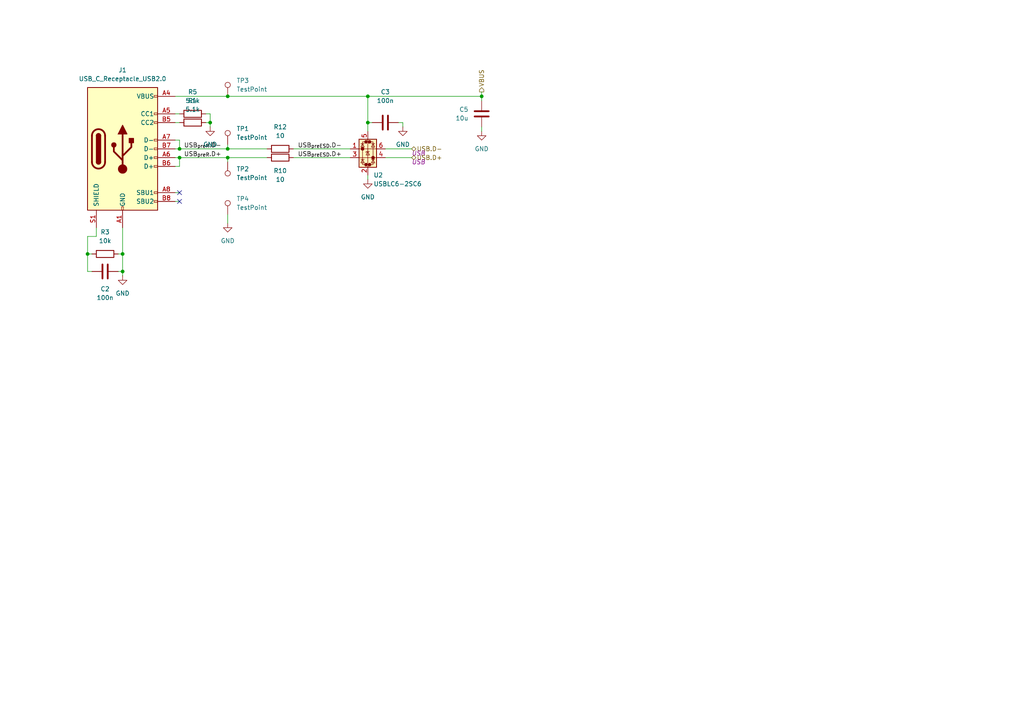
<source format=kicad_sch>
(kicad_sch (version 20240101) (generator "eeschema") (generator_version "8.99")
  (paper "A4")
  (lib_symbols
    (symbol "Connector:TestPoint" (pin_numbers hide) (pin_names (offset 0.762) hide)
      (property "Reference" "TP" (at 0 6.858 0))
      (property "Value" "TestPoint" (at 0 5.08 0))
      (symbol "TestPoint_0_1"
        (circle (center 0 3.302) (radius 0.762))
      )
      (symbol "TestPoint_1_1"
        (pin passive line (at 0 0 90) (length 2.54) (name "1") (number "1"))
      )
    )
    (symbol "Connector:USB_C_Receptacle_USB2.0" (pin_names (offset 1.016))
      (property "Reference" "J" (at -10.16 19.05 0))
      (property "Value" "USB_C_Receptacle_USB2.0" (at 19.05 19.05 0))
      (symbol "USB_C_Receptacle_USB2.0_0_0"
        (rectangle (start -0.254 -17.78) (end 0.254 -16.764))
        (rectangle (start 10.16 -14.986) (end 9.144 -15.494))
        (rectangle (start 10.16 -12.446) (end 9.144 -12.954))
        (rectangle (start 10.16 -4.826) (end 9.144 -5.334))
        (rectangle (start 10.16 -2.286) (end 9.144 -2.794))
        (rectangle (start 10.16 0.254) (end 9.144 -0.254))
        (rectangle (start 10.16 2.794) (end 9.144 2.286))
        (rectangle (start 10.16 7.874) (end 9.144 7.366))
        (rectangle (start 10.16 10.414) (end 9.144 9.906))
        (rectangle (start 10.16 15.494) (end 9.144 14.986))
      )
      (symbol "USB_C_Receptacle_USB2.0_0_1"
        (rectangle (start -10.16 17.78) (end 10.16 -17.78) (stroke (width 0.254)) (fill (type background)))
        (arc (start -8.89 -3.81) (mid -6.985 -5.7067) (end -5.08 -3.81) (stroke (width 0.508)))
        (arc (start -7.62 -3.81) (mid -6.985 -4.4423) (end -6.35 -3.81) (stroke (width 0.254)))
        (arc (start -7.62 -3.81) (mid -6.985 -4.4423) (end -6.35 -3.81) (stroke (width 0.254)) (fill (type outline)))
        (rectangle (start -7.62 -3.81) (end -6.35 3.81) (stroke (width 0.254)) (fill (type outline)))
        (arc (start -6.35 3.81) (mid -6.985 4.4423) (end -7.62 3.81) (stroke (width 0.254)))
        (arc (start -6.35 3.81) (mid -6.985 4.4423) (end -7.62 3.81) (stroke (width 0.254)) (fill (type outline)))
        (arc (start -5.08 3.81) (mid -6.985 5.7067) (end -8.89 3.81) (stroke (width 0.508)))
        (circle (center -2.54 1.143) (radius 0.635) (stroke (width 0.254)) (fill (type outline)))
        (circle (center 0 -5.842) (radius 1.27) (fill (type outline)))
        (polyline (pts (xy -8.89 -3.81) (xy -8.89 3.81)) (stroke (width 0.508)))
        (polyline (pts (xy -5.08 3.81) (xy -5.08 -3.81)) (stroke (width 0.508)))
        (polyline (pts (xy 0 -5.842) (xy 0 4.318)) (stroke (width 0.508)))
        (polyline (pts (xy 0 -3.302) (xy -2.54 -0.762) (xy -2.54 0.508)) (stroke (width 0.508)))
        (polyline (pts (xy 0 -2.032) (xy 2.54 0.508) (xy 2.54 1.778)) (stroke (width 0.508)))
        (polyline (pts (xy -1.27 4.318) (xy 0 6.858) (xy 1.27 4.318) (xy -1.27 4.318)) (stroke (width 0.254)) (fill (type outline)))
        (rectangle (start 1.905 1.778) (end 3.175 3.048) (stroke (width 0.254)) (fill (type outline)))
      )
      (symbol "USB_C_Receptacle_USB2.0_1_1"
        (pin passive line (at 0 -22.86 90) (length 5.08) (name "GND") (number "A1"))
        (pin passive line (at 0 -22.86 90) (length 5.08) hide (name "GND") (number "A12"))
        (pin passive line (at 15.24 15.24 180) (length 5.08) (name "VBUS") (number "A4"))
        (pin bidirectional line (at 15.24 10.16 180) (length 5.08) (name "CC1") (number "A5"))
        (pin bidirectional line (at 15.24 -2.54 180) (length 5.08) (name "D+") (number "A6"))
        (pin bidirectional line (at 15.24 2.54 180) (length 5.08) (name "D-") (number "A7"))
        (pin bidirectional line (at 15.24 -12.7 180) (length 5.08) (name "SBU1") (number "A8"))
        (pin passive line (at 15.24 15.24 180) (length 5.08) hide (name "VBUS") (number "A9"))
        (pin passive line (at 0 -22.86 90) (length 5.08) hide (name "GND") (number "B1"))
        (pin passive line (at 0 -22.86 90) (length 5.08) hide (name "GND") (number "B12"))
        (pin passive line (at 15.24 15.24 180) (length 5.08) hide (name "VBUS") (number "B4"))
        (pin bidirectional line (at 15.24 7.62 180) (length 5.08) (name "CC2") (number "B5"))
        (pin bidirectional line (at 15.24 -5.08 180) (length 5.08) (name "D+") (number "B6"))
        (pin bidirectional line (at 15.24 0 180) (length 5.08) (name "D-") (number "B7"))
        (pin bidirectional line (at 15.24 -15.24 180) (length 5.08) (name "SBU2") (number "B8"))
        (pin passive line (at 15.24 15.24 180) (length 5.08) hide (name "VBUS") (number "B9"))
        (pin passive line (at -7.62 -22.86 90) (length 5.08) (name "SHIELD") (number "S1"))
      )
    )
    (symbol "Device:C" (pin_numbers hide) (pin_names (offset 0.254))
      (property "Reference" "C" (at 0.635 2.54 0))
      (property "Value" "C" (at 0.635 -2.54 0))
      (symbol "C_0_1"
        (polyline (pts (xy -2.032 -0.762) (xy 2.032 -0.762)) (stroke (width 0.508)))
        (polyline (pts (xy -2.032 0.762) (xy 2.032 0.762)) (stroke (width 0.508)))
      )
      (symbol "C_1_1"
        (pin passive line (at 0 3.81 270) (length 2.794) (name "~") (number "1"))
        (pin passive line (at 0 -3.81 90) (length 2.794) (name "~") (number "2"))
      )
    )
    (symbol "Device:R" (pin_numbers hide) (pin_names (offset 0))
      (property "Reference" "R" (at 2.032 0 90))
      (property "Value" "R" (at 0 0 90))
      (symbol "R_0_1"
        (rectangle (start -1.016 -2.54) (end 1.016 2.54) (stroke (width 0.254)))
      )
      (symbol "R_1_1"
        (pin passive line (at 0 3.81 270) (length 1.27) (name "~") (number "1"))
        (pin passive line (at 0 -3.81 90) (length 1.27) (name "~") (number "2"))
      )
    )
    (symbol "Power_Protection:USBLC6-2SC6" (pin_names hide)
      (property "Reference" "U" (at 0.635 5.715 0))
      (property "Value" "USBLC6-2SC6" (at 0.635 3.81 0))
      (symbol "USBLC6-2SC6_0_0"
        (circle (center -1.524 0) (radius 0.0001) (stroke (width 0.508)))
        (circle (center -0.508 -4.572) (radius 0.0001) (stroke (width 0.508)))
        (circle (center -0.508 2.032) (radius 0.0001) (stroke (width 0.508)))
        (circle (center 0.508 -4.572) (radius 0.0001) (stroke (width 0.508)))
        (circle (center 0.508 2.032) (radius 0.0001) (stroke (width 0.508)))
        (circle (center 1.524 -2.54) (radius 0.0001) (stroke (width 0.508)))
      )
      (symbol "USBLC6-2SC6_0_1"
        (polyline (pts (xy -2.54 -2.54) (xy 2.54 -2.54)))
        (polyline (pts (xy -2.54 0) (xy 2.54 0)))
        (polyline (pts (xy -2.032 -3.048) (xy -1.016 -3.048)))
        (polyline (pts (xy -1.016 1.524) (xy -2.032 1.524)))
        (polyline (pts (xy 1.016 -3.048) (xy 2.032 -3.048)))
        (polyline (pts (xy 1.016 1.524) (xy 2.032 1.524)))
        (polyline (pts (xy -0.508 -1.143) (xy -0.508 -0.762) (xy 0.508 -0.762)))
        (polyline (pts (xy -2.032 0.508) (xy -1.016 0.508) (xy -1.524 1.524) (xy -2.032 0.508)))
        (polyline (pts (xy -1.016 -4.064) (xy -2.032 -4.064) (xy -1.524 -3.048) (xy -1.016 -4.064)))
        (polyline (pts (xy 0.508 -1.778) (xy -0.508 -1.778) (xy 0 -0.762) (xy 0.508 -1.778)))
        (polyline (pts (xy 2.032 -4.064) (xy 1.016 -4.064) (xy 1.524 -3.048) (xy 2.032 -4.064)))
        (polyline (pts (xy 2.032 0.508) (xy 1.016 0.508) (xy 1.524 1.524) (xy 2.032 0.508)))
        (polyline (pts (xy 0 2.54) (xy -0.508 2.032) (xy 0.508 2.032) (xy 0 1.524) (xy 0 -4.064) (xy -0.508 -4.572) (xy 0.508 -4.572) (xy 0 -5.08)))
      )
      (symbol "USBLC6-2SC6_1_1"
        (rectangle (start -2.54 2.794) (end 2.54 -5.334) (stroke (width 0.254)) (fill (type background)))
        (polyline (pts (xy -0.508 2.032) (xy -1.524 2.032) (xy -1.524 -4.572) (xy -0.508 -4.572)))
        (polyline (pts (xy 0.508 -4.572) (xy 1.524 -4.572) (xy 1.524 2.032) (xy 0.508 2.032)))
        (pin passive line (at -5.08 0 0) (length 2.54) (name "I/O1") (number "1"))
        (pin passive line (at 0 -7.62 90) (length 2.54) (name "GND") (number "2"))
        (pin passive line (at -5.08 -2.54 0) (length 2.54) (name "I/O2") (number "3"))
        (pin passive line (at 5.08 -2.54 180) (length 2.54) (name "I/O2") (number "4"))
        (pin passive line (at 0 5.08 270) (length 2.54) (name "VBUS") (number "5"))
        (pin passive line (at 5.08 0 180) (length 2.54) (name "I/O1") (number "6"))
      )
    )
    (symbol "power:GND" (power) (pin_numbers hide) (pin_names (offset 0) hide)
      (property "Value" "GND" (at 0 -3.81 0))
      (symbol "GND_0_1"
        (polyline (pts (xy 0 0) (xy 0 -1.27) (xy 1.27 -1.27) (xy 0 -2.54) (xy -1.27 -1.27) (xy 0 -1.27)))
      )
      (symbol "GND_1_1"
        (pin power_in line (at 0 0 270) (length 0) (name "~") (number "1"))
      )
    )
  )
  (junction (at 106.68 27.94))
  (junction (at 139.7 27.94))
  (junction (at 60.96 35.56))
  (junction (at 25.4 73.66))
  (junction (at 66.04 45.72))
  (junction (at 66.04 43.18))
  (junction (at 35.56 73.66))
  (junction (at 106.68 35.56))
  (junction (at 35.56 78.74))
  (junction (at 52.07 43.18))
  (junction (at 52.07 45.72))
  (junction (at 66.04 27.94))
  (no_connect (at 52.07 58.42))
  (no_connect (at 52.07 55.88))
  (wire (pts (xy 35.56 73.66) (xy 35.56 78.74)))
  (wire (pts (xy 106.68 35.56) (xy 107.95 35.56)))
  (wire (pts (xy 50.8 58.42) (xy 52.07 58.42)))
  (wire (pts (xy 50.8 43.18) (xy 52.07 43.18)))
  (wire (pts (xy 52.07 43.18) (xy 66.04 43.18)))
  (wire (pts (xy 66.04 62.23) (xy 66.04 64.77)))
  (wire (pts (xy 66.04 45.72) (xy 77.47 45.72)))
  (wire (pts (xy 50.8 35.56) (xy 52.07 35.56)))
  (wire (pts (xy 115.57 35.56) (xy 116.84 35.56)))
  (wire (pts (xy 25.4 73.66) (xy 26.67 73.66)))
  (wire (pts (xy 139.7 38.1) (xy 139.7 36.83)))
  (wire (pts (xy 106.68 27.94) (xy 106.68 35.56)))
  (wire (pts (xy 52.07 40.64) (xy 52.07 43.18)))
  (wire (pts (xy 111.76 43.18) (xy 119.38 43.18)))
  (wire (pts (xy 59.69 33.02) (xy 60.96 33.02)))
  (wire (pts (xy 60.96 35.56) (xy 60.96 36.83)))
  (wire (pts (xy 106.68 50.8) (xy 106.68 52.07)))
  (wire (pts (xy 25.4 78.74) (xy 25.4 73.66)))
  (wire (pts (xy 50.8 40.64) (xy 52.07 40.64)))
  (wire (pts (xy 60.96 35.56) (xy 59.69 35.56)))
  (wire (pts (xy 116.84 35.56) (xy 116.84 36.83)))
  (wire (pts (xy 50.8 55.88) (xy 52.07 55.88)))
  (wire (pts (xy 85.09 43.18) (xy 101.6 43.18)))
  (wire (pts (xy 25.4 73.66) (xy 25.4 68.58)))
  (wire (pts (xy 50.8 27.94) (xy 66.04 27.94)))
  (wire (pts (xy 60.96 33.02) (xy 60.96 35.56)))
  (wire (pts (xy 35.56 78.74) (xy 35.56 80.01)))
  (wire (pts (xy 27.94 68.58) (xy 27.94 66.04)))
  (wire (pts (xy 35.56 78.74) (xy 34.29 78.74)))
  (wire (pts (xy 50.8 45.72) (xy 52.07 45.72)))
  (wire (pts (xy 66.04 45.72) (xy 66.04 46.99)))
  (wire (pts (xy 34.29 73.66) (xy 35.56 73.66)))
  (wire (pts (xy 139.7 26.67) (xy 139.7 27.94)))
  (wire (pts (xy 26.67 78.74) (xy 25.4 78.74)))
  (wire (pts (xy 66.04 41.91) (xy 66.04 43.18)))
  (wire (pts (xy 66.04 43.18) (xy 77.47 43.18)))
  (wire (pts (xy 106.68 27.94) (xy 139.7 27.94)))
  (wire (pts (xy 50.8 33.02) (xy 52.07 33.02)))
  (wire (pts (xy 66.04 27.94) (xy 106.68 27.94)))
  (wire (pts (xy 139.7 27.94) (xy 139.7 29.21)))
  (wire (pts (xy 52.07 48.26) (xy 52.07 45.72)))
  (wire (pts (xy 119.38 45.72) (xy 111.76 45.72)))
  (wire (pts (xy 85.09 45.72) (xy 101.6 45.72)))
  (wire (pts (xy 35.56 66.04) (xy 35.56 73.66)))
  (wire (pts (xy 50.8 48.26) (xy 52.07 48.26)))
  (wire (pts (xy 25.4 68.58) (xy 27.94 68.58)))
  (wire (pts (xy 106.68 35.56) (xy 106.68 38.1)))
  (wire (pts (xy 52.07 45.72) (xy 66.04 45.72)))
  (label "USB_{preR}.D+" (at 53.34 45.72 0) (property "Netclass" "USB" (effects (hide yes))))
  (label "USB_{preR}.D-" (at 53.34 43.18 0) (property "Netclass" "USB" (effects (hide yes))))
  (label "USB_{preESD}.D+" (at 86.36 45.72 0) (property "Netclass" "USB" (effects (hide yes))))
  (label "USB_{preESD}.D-" (at 86.36 43.18 0) (property "Netclass" "USB" (effects (hide yes))))
  (hierarchical_label "VBUS" (shape output) (at 139.7 26.67 90))
  (hierarchical_label "USB.D-" (shape bidirectional) (at 119.38 43.18 0) (property "Netclass" "USB" (at 119.38 44.45 0) (effects (font (italic yes)) (justify left))))
  (hierarchical_label "USB.D+" (shape bidirectional) (at 119.38 45.72 0) (property "Netclass" "USB" (at 119.38 46.99 0) (effects (font (italic yes)) (justify left))))
  (symbol (lib_id "power:GND") (at 35.56 80.01 0) (unit 1)
    (property "Reference" "#PWR010" (effects (hide yes)))
    (property "Value" "GND" (at 35.56 85.09 0))
    (property "Description" "Power symbol creates a global label with name \"GND\" , ground" (effects (hide yes)))
  )
  (symbol (lib_id "Connector:TestPoint") (at 66.04 41.91 0) (unit 1) (in_bom no)
    (property "Reference" "TP1" (at 68.58 37.3379 0) (effects (justify left)))
    (property "Value" "TestPoint" (at 68.58 39.8779 0) (effects (justify left)))
    (property "Footprint" "TestPoint:TestPoint_Pad_D1.0mm" (effects (hide yes)))
    (property "Description" "test point" (effects (hide yes)))
  )
  (symbol (lib_id "Device:C") (at 111.76 35.56 90) (unit 1)
    (property "Reference" "C3" (at 111.76 26.67 90))
    (property "Value" "100n" (at 111.76 29.21 90))
    (property "Footprint" "Capacitor_SMD:C_0603_1608Metric" (effects (hide yes)))
    (property "Description" "Unpolarized capacitor" (effects (hide yes)))
    (property "LCSC Part" "C14663" (effects (hide yes)))
  )
  (symbol (lib_id "Connector:TestPoint") (at 66.04 46.99 180) (unit 1) (in_bom no)
    (property "Reference" "TP2" (at 68.58 49.0219 0) (effects (justify right)))
    (property "Value" "TestPoint" (at 68.58 51.5619 0) (effects (justify right)))
    (property "Footprint" "TestPoint:TestPoint_Pad_D1.0mm" (effects (hide yes)))
    (property "Description" "test point" (effects (hide yes)))
  )
  (symbol (lib_id "Device:R") (at 81.28 43.18 90) (unit 1)
    (property "Reference" "R12" (at 81.28 36.83 90))
    (property "Value" "10" (at 81.28 39.37 90))
    (property "Footprint" "Resistor_SMD:R_0603_1608Metric" (effects (hide yes)))
    (property "Description" "Resistor" (effects (hide yes)))
    (property "LCSC Part" "C22859" (effects (hide yes)))
  )
  (symbol (lib_id "Device:C") (at 139.7 33.02 0) (mirror x) (unit 1)
    (property "Reference" "C5" (at 135.89 31.75 0) (effects (justify right)))
    (property "Value" "10u" (at 135.89 34.29 0) (effects (justify right)))
    (property "Footprint" "Capacitor_SMD:C_0805_2012Metric" (effects (hide yes)))
    (property "Description" "Unpolarized capacitor" (effects (hide yes)))
    (property "LCSC Part" "C15850" (effects (hide yes)))
  )
  (symbol (lib_id "power:GND") (at 66.04 64.77 0) (unit 1)
    (property "Reference" "#PWR036" (effects (hide yes)))
    (property "Value" "GND" (at 66.04 69.85 0))
    (property "Description" "Power symbol creates a global label with name \"GND\" , ground" (effects (hide yes)))
  )
  (symbol (lib_id "Power_Protection:USBLC6-2SC6") (at 106.68 43.18 0) (unit 1)
    (property "Reference" "U2" (at 108.3311 50.8 0) (effects (justify left)))
    (property "Value" "USBLC6-2SC6" (at 108.3311 53.34 0) (effects (justify left)))
    (property "Footprint" "Package_TO_SOT_SMD:SOT-23-6" (effects (hide yes)))
    (property "Datasheet" "https://www.st.com/resource/en/datasheet/usblc6-2.pdf" (effects (hide yes)))
    (property "Description" "Very low capacitance ESD protection diode, 2 data-line, SOT-23-6" (effects (hide yes)))
    (property "LCSC Part" "C2827654" (effects (hide yes)))
  )
  (symbol (lib_id "Connector:TestPoint") (at 66.04 62.23 0) (unit 1) (in_bom no)
    (property "Reference" "TP4" (at 68.58 57.6579 0) (effects (justify left)))
    (property "Value" "TestPoint" (at 68.58 60.1979 0) (effects (justify left)))
    (property "Footprint" "TestPoint:TestPoint_Pad_D1.0mm" (effects (hide yes)))
    (property "Description" "test point" (effects (hide yes)))
  )
  (symbol (lib_id "power:GND") (at 106.68 52.07 0) (unit 1)
    (property "Reference" "#PWR017" (effects (hide yes)))
    (property "Value" "GND" (at 106.68 57.15 0))
    (property "Description" "Power symbol creates a global label with name \"GND\" , ground" (effects (hide yes)))
  )
  (symbol (lib_id "power:GND") (at 60.96 36.83 0) (mirror y) (unit 1)
    (property "Reference" "#PWR018" (effects (hide yes)))
    (property "Value" "GND" (at 60.96 41.91 0))
    (property "Description" "Power symbol creates a global label with name \"GND\" , ground" (effects (hide yes)))
  )
  (symbol (lib_id "Device:R") (at 55.88 33.02 270) (mirror x) (unit 1)
    (property "Reference" "R5" (at 55.88 26.67 90))
    (property "Value" "5.1k" (at 55.88 29.21 90))
    (property "Footprint" "Resistor_SMD:R_0603_1608Metric" (effects (hide yes)))
    (property "Description" "Resistor" (effects (hide yes)))
    (property "LCSC Part" "C23186" (effects (hide yes)))
  )
  (symbol (lib_id "Device:R") (at 81.28 45.72 90) (unit 1)
    (property "Reference" "R10" (at 81.28 49.53 90))
    (property "Value" "10" (at 81.28 52.07 90))
    (property "Footprint" "Resistor_SMD:R_0603_1608Metric" (effects (hide yes)))
    (property "Description" "Resistor" (effects (hide yes)))
    (property "LCSC Part" "C22859" (effects (hide yes)))
  )
  (symbol (lib_id "Device:C") (at 30.48 78.74 90) (unit 1)
    (property "Reference" "C2" (at 30.48 83.82 90))
    (property "Value" "100n" (at 30.48 86.36 90))
    (property "Footprint" "Capacitor_SMD:C_0603_1608Metric" (effects (hide yes)))
    (property "Description" "Unpolarized capacitor" (effects (hide yes)))
    (property "LCSC Part" "C14663" (effects (hide yes)))
  )
  (symbol (lib_id "Connector:TestPoint") (at 66.04 27.94 0) (unit 1) (in_bom no)
    (property "Reference" "TP3" (at 68.58 23.3679 0) (effects (justify left)))
    (property "Value" "TestPoint" (at 68.58 25.9079 0) (effects (justify left)))
    (property "Footprint" "TestPoint:TestPoint_Pad_D1.0mm" (effects (hide yes)))
    (property "Description" "test point" (effects (hide yes)))
  )
  (symbol (lib_id "Device:R") (at 55.88 35.56 270) (mirror x) (unit 1)
    (property "Reference" "R4" (at 55.88 29.21 90))
    (property "Value" "5.1k" (at 55.88 31.75 90))
    (property "Footprint" "Resistor_SMD:R_0603_1608Metric" (effects (hide yes)))
    (property "Description" "Resistor" (effects (hide yes)))
    (property "LCSC Part" "C23186" (effects (hide yes)))
  )
  (symbol (lib_id "Device:R") (at 30.48 73.66 270) (mirror x) (unit 1)
    (property "Reference" "R3" (at 30.48 67.31 90))
    (property "Value" "10k" (at 30.48 69.85 90))
    (property "Footprint" "Resistor_SMD:R_0603_1608Metric" (effects (hide yes)))
    (property "Description" "Resistor" (effects (hide yes)))
    (property "LCSC Part" "C25804" (effects (hide yes)))
  )
  (symbol (lib_id "Connector:USB_C_Receptacle_USB2.0") (at 35.56 43.18 0) (unit 1)
    (property "Reference" "J1" (at 35.56 20.32 0))
    (property "Value" "USB_C_Receptacle_USB2.0" (at 35.56 22.86 0))
    (property "Footprint" "Connector_USB:USB_C_Receptacle_HRO_TYPE-C-31-M-12" (effects (hide yes)))
    (property "Datasheet" "https://www.usb.org/sites/default/files/documents/usb_type-c.zip" (effects (hide yes)))
    (property "LCSC Part" "C2765186" (effects (hide yes)))
  )
  (symbol (lib_id "power:GND") (at 139.7 38.1 0) (mirror y) (unit 1)
    (property "Reference" "#PWR024" (effects (hide yes)))
    (property "Value" "GND" (at 139.7 43.18 0))
    (property "Description" "Power symbol creates a global label with name \"GND\" , ground" (effects (hide yes)))
  )
  (symbol (lib_id "power:GND") (at 116.84 36.83 0) (unit 1)
    (property "Reference" "#PWR033" (effects (hide yes)))
    (property "Value" "GND" (at 116.84 41.91 0))
    (property "Description" "Power symbol creates a global label with name \"GND\" , ground" (effects (hide yes)))
  )
)
</source>
